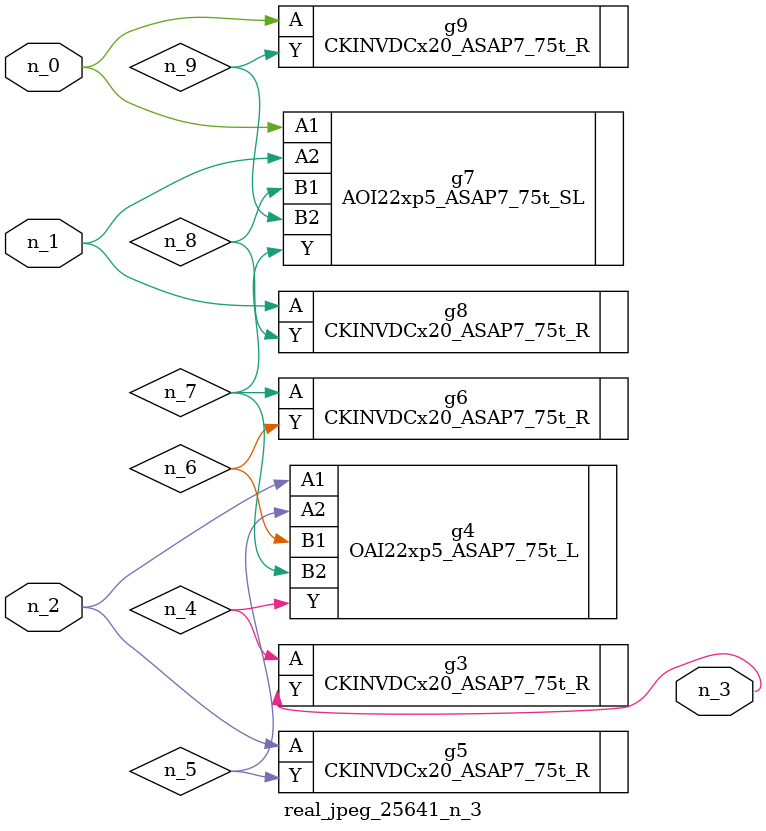
<source format=v>
module real_jpeg_25641_n_3 (n_1, n_0, n_2, n_3);

input n_1;
input n_0;
input n_2;

output n_3;

wire n_5;
wire n_8;
wire n_4;
wire n_6;
wire n_7;
wire n_9;

AOI22xp5_ASAP7_75t_SL g7 ( 
.A1(n_0),
.A2(n_1),
.B1(n_8),
.B2(n_9),
.Y(n_7)
);

CKINVDCx20_ASAP7_75t_R g9 ( 
.A(n_0),
.Y(n_9)
);

CKINVDCx20_ASAP7_75t_R g8 ( 
.A(n_1),
.Y(n_8)
);

OAI22xp5_ASAP7_75t_L g4 ( 
.A1(n_2),
.A2(n_5),
.B1(n_6),
.B2(n_7),
.Y(n_4)
);

CKINVDCx20_ASAP7_75t_R g5 ( 
.A(n_2),
.Y(n_5)
);

CKINVDCx20_ASAP7_75t_R g3 ( 
.A(n_4),
.Y(n_3)
);

CKINVDCx20_ASAP7_75t_R g6 ( 
.A(n_7),
.Y(n_6)
);


endmodule
</source>
